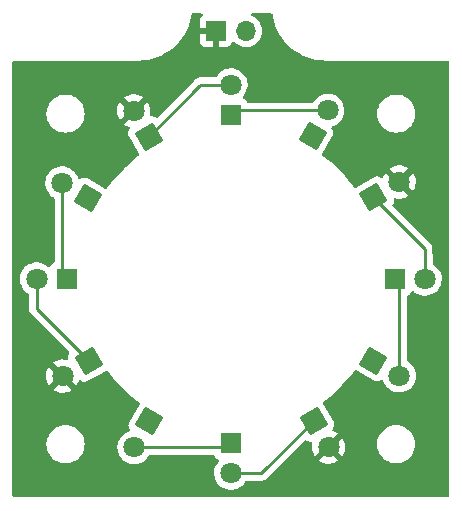
<source format=gtl>
%TF.GenerationSoftware,KiCad,Pcbnew,(6.0.1-0)*%
%TF.CreationDate,2022-03-28T18:36:01+02:00*%
%TF.ProjectId,Ring_Light_PCB,52696e67-5f4c-4696-9768-745f5043422e,1.0*%
%TF.SameCoordinates,Original*%
%TF.FileFunction,Copper,L1,Top*%
%TF.FilePolarity,Positive*%
%FSLAX46Y46*%
G04 Gerber Fmt 4.6, Leading zero omitted, Abs format (unit mm)*
G04 Created by KiCad (PCBNEW (6.0.1-0)) date 2022-03-28 18:36:01*
%MOMM*%
%LPD*%
G01*
G04 APERTURE LIST*
G04 Aperture macros list*
%AMRotRect*
0 Rectangle, with rotation*
0 The origin of the aperture is its center*
0 $1 length*
0 $2 width*
0 $3 Rotation angle, in degrees counterclockwise*
0 Add horizontal line*
21,1,$1,$2,0,0,$3*%
G04 Aperture macros list end*
%TA.AperFunction,ComponentPad*%
%ADD10R,1.700000X1.700000*%
%TD*%
%TA.AperFunction,ComponentPad*%
%ADD11O,1.700000X1.700000*%
%TD*%
%TA.AperFunction,ComponentPad*%
%ADD12RotRect,1.800000X1.800000X210.000000*%
%TD*%
%TA.AperFunction,ComponentPad*%
%ADD13C,1.800000*%
%TD*%
%TA.AperFunction,ComponentPad*%
%ADD14RotRect,1.800000X1.800000X330.000000*%
%TD*%
%TA.AperFunction,ComponentPad*%
%ADD15RotRect,1.800000X1.800000X240.000000*%
%TD*%
%TA.AperFunction,ComponentPad*%
%ADD16RotRect,1.800000X1.800000X300.000000*%
%TD*%
%TA.AperFunction,ComponentPad*%
%ADD17R,1.800000X1.800000*%
%TD*%
%TA.AperFunction,ComponentPad*%
%ADD18RotRect,1.800000X1.800000X120.000000*%
%TD*%
%TA.AperFunction,ComponentPad*%
%ADD19RotRect,1.800000X1.800000X150.000000*%
%TD*%
%TA.AperFunction,ComponentPad*%
%ADD20RotRect,1.800000X1.800000X60.000000*%
%TD*%
%TA.AperFunction,ComponentPad*%
%ADD21RotRect,1.800000X1.800000X30.000000*%
%TD*%
%TA.AperFunction,Conductor*%
%ADD22C,0.250000*%
%TD*%
G04 APERTURE END LIST*
D10*
%TO.P,J1,1,Pin_1*%
%TO.N,/Vin*%
X129725000Y-68000000D03*
D11*
%TO.P,J1,2,Pin_2*%
%TO.N,/Vout*%
X132265000Y-68000000D03*
%TD*%
D12*
%TO.P,D11,1,K*%
%TO.N,Net-(D11-Pad1)*%
X118970000Y-95960000D03*
D13*
%TO.P,D11,2,A*%
%TO.N,/Vin*%
X116770295Y-97230000D03*
%TD*%
D14*
%TO.P,D1,1,K*%
%TO.N,Net-(D1-Pad1)*%
X143060000Y-95930000D03*
D13*
%TO.P,D1,2,A*%
%TO.N,Net-(D1-Pad2)*%
X145259705Y-97200000D03*
%TD*%
D15*
%TO.P,D4,1,K*%
%TO.N,Net-(D4-Pad1)*%
X124070000Y-101060000D03*
D13*
%TO.P,D4,2,A*%
%TO.N,Net-(D4-Pad2)*%
X122800000Y-103259705D03*
%TD*%
D16*
%TO.P,D12,1,K*%
%TO.N,Net-(D12-Pad1)*%
X138002500Y-101025818D03*
D13*
%TO.P,D12,2,A*%
%TO.N,/Vin*%
X139272500Y-103225523D03*
%TD*%
D17*
%TO.P,D5,1,K*%
%TO.N,Net-(D1-Pad2)*%
X144900000Y-89000000D03*
D13*
%TO.P,D5,2,A*%
%TO.N,Net-(D5-Pad2)*%
X147440000Y-89000000D03*
%TD*%
D17*
%TO.P,D8,1,K*%
%TO.N,Net-(D4-Pad2)*%
X131000000Y-102900000D03*
D13*
%TO.P,D8,2,A*%
%TO.N,Net-(D12-Pad1)*%
X131000000Y-105440000D03*
%TD*%
D18*
%TO.P,D10,1,K*%
%TO.N,Net-(D10-Pad1)*%
X124037500Y-76974182D03*
D13*
%TO.P,D10,2,A*%
%TO.N,/Vin*%
X122767500Y-74774477D03*
%TD*%
D17*
%TO.P,D6,1,K*%
%TO.N,Net-(D2-Pad2)*%
X131000000Y-75100000D03*
D13*
%TO.P,D6,2,A*%
%TO.N,Net-(D10-Pad1)*%
X131000000Y-72560000D03*
%TD*%
D19*
%TO.P,D3,1,K*%
%TO.N,Net-(D3-Pad1)*%
X118900000Y-82140000D03*
D13*
%TO.P,D3,2,A*%
%TO.N,Net-(D3-Pad2)*%
X116700295Y-80870000D03*
%TD*%
D20*
%TO.P,D2,1,K*%
%TO.N,Net-(D2-Pad1)*%
X137922500Y-76924182D03*
D13*
%TO.P,D2,2,A*%
%TO.N,Net-(D2-Pad2)*%
X139192500Y-74724477D03*
%TD*%
D21*
%TO.P,D9,1,K*%
%TO.N,Net-(D5-Pad2)*%
X143045818Y-82067500D03*
D13*
%TO.P,D9,2,A*%
%TO.N,/Vin*%
X145245523Y-80797500D03*
%TD*%
D17*
%TO.P,D7,1,K*%
%TO.N,Net-(D3-Pad2)*%
X117085000Y-89000000D03*
D13*
%TO.P,D7,2,A*%
%TO.N,Net-(D11-Pad1)*%
X114545000Y-89000000D03*
%TD*%
D22*
%TO.N,Net-(D1-Pad2)*%
X145259705Y-89359705D02*
X144900000Y-89000000D01*
X145259705Y-97200000D02*
X145259705Y-89359705D01*
%TO.N,Net-(D2-Pad2)*%
X131375523Y-74724477D02*
X131000000Y-75100000D01*
X139192500Y-74724477D02*
X131375523Y-74724477D01*
%TO.N,Net-(D3-Pad2)*%
X116700295Y-88615295D02*
X117085000Y-89000000D01*
X116700295Y-80870000D02*
X116700295Y-88615295D01*
%TO.N,Net-(D4-Pad2)*%
X130640295Y-103259705D02*
X131000000Y-102900000D01*
X122800000Y-103259705D02*
X130640295Y-103259705D01*
%TO.N,Net-(D5-Pad2)*%
X147425000Y-86446682D02*
X147425000Y-87000000D01*
X143045818Y-82067500D02*
X147425000Y-86446682D01*
X147425000Y-87000000D02*
X147440000Y-87015000D01*
X147440000Y-87015000D02*
X147440000Y-89000000D01*
%TO.N,Net-(D10-Pad1)*%
X124037500Y-76974182D02*
X128325000Y-72686682D01*
X128325000Y-72675000D02*
X128440000Y-72560000D01*
X128325000Y-72686682D02*
X128325000Y-72675000D01*
X128440000Y-72560000D02*
X131000000Y-72560000D01*
%TO.N,Net-(D11-Pad1)*%
X114545000Y-89000000D02*
X114545000Y-91535000D01*
X114545000Y-91535000D02*
X118970000Y-95960000D01*
%TO.N,Net-(D12-Pad1)*%
X132750000Y-105450000D02*
X132740000Y-105440000D01*
X138002500Y-101025818D02*
X133578318Y-105450000D01*
X133578318Y-105450000D02*
X132750000Y-105450000D01*
X132740000Y-105440000D02*
X131000000Y-105440000D01*
%TD*%
%TA.AperFunction,Conductor*%
%TO.N,/Vin*%
G36*
X128574396Y-66528002D02*
G01*
X128620889Y-66581658D01*
X128630993Y-66651932D01*
X128601499Y-66716512D01*
X128581840Y-66734826D01*
X128519276Y-66781715D01*
X128506715Y-66794276D01*
X128430214Y-66896351D01*
X128421676Y-66911946D01*
X128376522Y-67032394D01*
X128372895Y-67047649D01*
X128367369Y-67098514D01*
X128367000Y-67105328D01*
X128367000Y-67727885D01*
X128371475Y-67743124D01*
X128372865Y-67744329D01*
X128380548Y-67746000D01*
X129853000Y-67746000D01*
X129921121Y-67766002D01*
X129967614Y-67819658D01*
X129979000Y-67872000D01*
X129979000Y-69339884D01*
X129983475Y-69355123D01*
X129984865Y-69356328D01*
X129992548Y-69357999D01*
X130619669Y-69357999D01*
X130626490Y-69357629D01*
X130677352Y-69352105D01*
X130692604Y-69348479D01*
X130813054Y-69303324D01*
X130828649Y-69294786D01*
X130930724Y-69218285D01*
X130943285Y-69205724D01*
X131019786Y-69103649D01*
X131028324Y-69088054D01*
X131069225Y-68978952D01*
X131111867Y-68922188D01*
X131178428Y-68897488D01*
X131247777Y-68912696D01*
X131282444Y-68940684D01*
X131307865Y-68970031D01*
X131307869Y-68970035D01*
X131311250Y-68973938D01*
X131483126Y-69116632D01*
X131676000Y-69229338D01*
X131884692Y-69309030D01*
X131889760Y-69310061D01*
X131889763Y-69310062D01*
X131997017Y-69331883D01*
X132103597Y-69353567D01*
X132108772Y-69353757D01*
X132108774Y-69353757D01*
X132321673Y-69361564D01*
X132321677Y-69361564D01*
X132326837Y-69361753D01*
X132331957Y-69361097D01*
X132331959Y-69361097D01*
X132543288Y-69334025D01*
X132543289Y-69334025D01*
X132548416Y-69333368D01*
X132553366Y-69331883D01*
X132757429Y-69270661D01*
X132757434Y-69270659D01*
X132762384Y-69269174D01*
X132962994Y-69170896D01*
X133144860Y-69041173D01*
X133303096Y-68883489D01*
X133433453Y-68702077D01*
X133488687Y-68590320D01*
X133530136Y-68506453D01*
X133530137Y-68506451D01*
X133532430Y-68501811D01*
X133597370Y-68288069D01*
X133626529Y-68066590D01*
X133628156Y-68000000D01*
X133609852Y-67777361D01*
X133555431Y-67560702D01*
X133466354Y-67355840D01*
X133345014Y-67168277D01*
X133194670Y-67003051D01*
X133190619Y-66999852D01*
X133190615Y-66999848D01*
X133023414Y-66867800D01*
X133023410Y-66867798D01*
X133019359Y-66864598D01*
X132823789Y-66756638D01*
X132818919Y-66754913D01*
X132818909Y-66754909D01*
X132812874Y-66752772D01*
X132755338Y-66711178D01*
X132729423Y-66645080D01*
X132743358Y-66575464D01*
X132792717Y-66524433D01*
X132854935Y-66508000D01*
X134409481Y-66508000D01*
X134477602Y-66528002D01*
X134524095Y-66581658D01*
X134534403Y-66617554D01*
X134553043Y-66759137D01*
X134556257Y-66783552D01*
X134641458Y-67167868D01*
X134642286Y-67170493D01*
X134642287Y-67170498D01*
X134755419Y-67529305D01*
X134759830Y-67543296D01*
X134910472Y-67906978D01*
X135092238Y-68256148D01*
X135303744Y-68588146D01*
X135479592Y-68817316D01*
X135530369Y-68883489D01*
X135543381Y-68900447D01*
X135809326Y-69190674D01*
X136099553Y-69456619D01*
X136101725Y-69458286D01*
X136101729Y-69458289D01*
X136158696Y-69502001D01*
X136411854Y-69696256D01*
X136743853Y-69907762D01*
X137093022Y-70089528D01*
X137456704Y-70240170D01*
X137459324Y-70240996D01*
X137459332Y-70240999D01*
X137829502Y-70357713D01*
X137829507Y-70357714D01*
X137832132Y-70358542D01*
X138216448Y-70443743D01*
X138219167Y-70444101D01*
X138219173Y-70444102D01*
X138365531Y-70463370D01*
X138606728Y-70495124D01*
X138609477Y-70495244D01*
X138609488Y-70495245D01*
X138830522Y-70504895D01*
X138969085Y-70510946D01*
X138977809Y-70511866D01*
X138977812Y-70511829D01*
X138982661Y-70512264D01*
X138987461Y-70513071D01*
X138993915Y-70513150D01*
X138995141Y-70513165D01*
X138995145Y-70513165D01*
X139000000Y-70513224D01*
X139027588Y-70509273D01*
X139045451Y-70508000D01*
X149366000Y-70508000D01*
X149434121Y-70528002D01*
X149480614Y-70581658D01*
X149492000Y-70634000D01*
X149492000Y-107366000D01*
X149471998Y-107434121D01*
X149418342Y-107480614D01*
X149366000Y-107492000D01*
X112634000Y-107492000D01*
X112565879Y-107471998D01*
X112519386Y-107418342D01*
X112508000Y-107366000D01*
X112508000Y-103000000D01*
X115386526Y-103000000D01*
X115406391Y-103252403D01*
X115465495Y-103498591D01*
X115467388Y-103503162D01*
X115467389Y-103503164D01*
X115543592Y-103687133D01*
X115562384Y-103732502D01*
X115694672Y-103948376D01*
X115859102Y-104140898D01*
X116051624Y-104305328D01*
X116267498Y-104437616D01*
X116272068Y-104439509D01*
X116272072Y-104439511D01*
X116496836Y-104532611D01*
X116501409Y-104534505D01*
X116568300Y-104550564D01*
X116742784Y-104592454D01*
X116742790Y-104592455D01*
X116747597Y-104593609D01*
X116847416Y-104601465D01*
X116934345Y-104608307D01*
X116934352Y-104608307D01*
X116936801Y-104608500D01*
X117063199Y-104608500D01*
X117065648Y-104608307D01*
X117065655Y-104608307D01*
X117152584Y-104601465D01*
X117252403Y-104593609D01*
X117257210Y-104592455D01*
X117257216Y-104592454D01*
X117431700Y-104550564D01*
X117498591Y-104534505D01*
X117503164Y-104532611D01*
X117727928Y-104439511D01*
X117727932Y-104439509D01*
X117732502Y-104437616D01*
X117948376Y-104305328D01*
X118140898Y-104140898D01*
X118305328Y-103948376D01*
X118437616Y-103732502D01*
X118456409Y-103687133D01*
X118532611Y-103503164D01*
X118532612Y-103503162D01*
X118534505Y-103498591D01*
X118593609Y-103252403D01*
X118613474Y-103000000D01*
X118593609Y-102747597D01*
X118586908Y-102719682D01*
X118535660Y-102506221D01*
X118534505Y-102501409D01*
X118437616Y-102267498D01*
X118305328Y-102051624D01*
X118205832Y-101935129D01*
X118144106Y-101862858D01*
X118140898Y-101859102D01*
X118133699Y-101852953D01*
X118034925Y-101768592D01*
X117948376Y-101694672D01*
X117732502Y-101562384D01*
X117727932Y-101560491D01*
X117727928Y-101560489D01*
X117503164Y-101467389D01*
X117503162Y-101467388D01*
X117498591Y-101465495D01*
X117413968Y-101445179D01*
X117257216Y-101407546D01*
X117257210Y-101407545D01*
X117252403Y-101406391D01*
X117152584Y-101398535D01*
X117065655Y-101391693D01*
X117065648Y-101391693D01*
X117063199Y-101391500D01*
X116936801Y-101391500D01*
X116934352Y-101391693D01*
X116934345Y-101391693D01*
X116847416Y-101398535D01*
X116747597Y-101406391D01*
X116742790Y-101407545D01*
X116742784Y-101407546D01*
X116586032Y-101445179D01*
X116501409Y-101465495D01*
X116496838Y-101467388D01*
X116496836Y-101467389D01*
X116272072Y-101560489D01*
X116272068Y-101560491D01*
X116267498Y-101562384D01*
X116051624Y-101694672D01*
X115965075Y-101768592D01*
X115866302Y-101852953D01*
X115859102Y-101859102D01*
X115855894Y-101862858D01*
X115794169Y-101935129D01*
X115694672Y-102051624D01*
X115562384Y-102267498D01*
X115465495Y-102501409D01*
X115464340Y-102506221D01*
X115413093Y-102719682D01*
X115406391Y-102747597D01*
X115386526Y-103000000D01*
X112508000Y-103000000D01*
X112508000Y-98391406D01*
X115973718Y-98391406D01*
X115978999Y-98398461D01*
X116155375Y-98501527D01*
X116164658Y-98505974D01*
X116371298Y-98584883D01*
X116381196Y-98587759D01*
X116597948Y-98631857D01*
X116608178Y-98633076D01*
X116829209Y-98641182D01*
X116839518Y-98640714D01*
X117058918Y-98612608D01*
X117068983Y-98610468D01*
X117280852Y-98546905D01*
X117290447Y-98543144D01*
X117489073Y-98445838D01*
X117497931Y-98440559D01*
X117555392Y-98399572D01*
X117563792Y-98388874D01*
X117556805Y-98375721D01*
X116783106Y-97602021D01*
X116769163Y-97594408D01*
X116767329Y-97594539D01*
X116760715Y-97598790D01*
X115980475Y-98379031D01*
X115973718Y-98391406D01*
X112508000Y-98391406D01*
X112508000Y-97200638D01*
X115358188Y-97200638D01*
X115370922Y-97421468D01*
X115372356Y-97431670D01*
X115420980Y-97647439D01*
X115424068Y-97657292D01*
X115507281Y-97862220D01*
X115511929Y-97871421D01*
X115600392Y-98015781D01*
X115610848Y-98025242D01*
X115619626Y-98021458D01*
X116398274Y-97242811D01*
X116405887Y-97228868D01*
X116405756Y-97227034D01*
X116401505Y-97220420D01*
X115624157Y-96443073D01*
X115612625Y-96436776D01*
X115600343Y-96446399D01*
X115544762Y-96527877D01*
X115539674Y-96536833D01*
X115446547Y-96737459D01*
X115442984Y-96747146D01*
X115383876Y-96960280D01*
X115381945Y-96970400D01*
X115358440Y-97190349D01*
X115358188Y-97200638D01*
X112508000Y-97200638D01*
X112508000Y-88965469D01*
X113132095Y-88965469D01*
X113132392Y-88970622D01*
X113132392Y-88970625D01*
X113138067Y-89069041D01*
X113145427Y-89196697D01*
X113146564Y-89201743D01*
X113146565Y-89201749D01*
X113176558Y-89334836D01*
X113196346Y-89422642D01*
X113198288Y-89427424D01*
X113198289Y-89427428D01*
X113281540Y-89632450D01*
X113283484Y-89637237D01*
X113404501Y-89834719D01*
X113556147Y-90009784D01*
X113734349Y-90157730D01*
X113847073Y-90223600D01*
X113849070Y-90224767D01*
X113897794Y-90276405D01*
X113911500Y-90333555D01*
X113911500Y-91456233D01*
X113910973Y-91467416D01*
X113909298Y-91474909D01*
X113909547Y-91482835D01*
X113909547Y-91482836D01*
X113911438Y-91542986D01*
X113911500Y-91546945D01*
X113911500Y-91574856D01*
X113911997Y-91578790D01*
X113911997Y-91578791D01*
X113912005Y-91578856D01*
X113912938Y-91590693D01*
X113914327Y-91634889D01*
X113919978Y-91654339D01*
X113923987Y-91673700D01*
X113926526Y-91693797D01*
X113929445Y-91701168D01*
X113929445Y-91701170D01*
X113942804Y-91734912D01*
X113946649Y-91746142D01*
X113958982Y-91788593D01*
X113963015Y-91795412D01*
X113963017Y-91795417D01*
X113969293Y-91806028D01*
X113977988Y-91823776D01*
X113985448Y-91842617D01*
X113990110Y-91849033D01*
X113990110Y-91849034D01*
X114011436Y-91878387D01*
X114017952Y-91888307D01*
X114040458Y-91926362D01*
X114054779Y-91940683D01*
X114067619Y-91955716D01*
X114079528Y-91972107D01*
X114085634Y-91977158D01*
X114113605Y-92000298D01*
X114122384Y-92008288D01*
X117300282Y-95186187D01*
X117334308Y-95248499D01*
X117329243Y-95319315D01*
X117308482Y-95355343D01*
X117301617Y-95363686D01*
X117244353Y-95497614D01*
X117226981Y-95642232D01*
X117228455Y-95651088D01*
X117228455Y-95651091D01*
X117238656Y-95712380D01*
X117230110Y-95782860D01*
X117184815Y-95837531D01*
X117117153Y-95859035D01*
X117092270Y-95857113D01*
X116908343Y-95824350D01*
X116898091Y-95823381D01*
X116676911Y-95820679D01*
X116666627Y-95821399D01*
X116447988Y-95854855D01*
X116437961Y-95857244D01*
X116227721Y-95925961D01*
X116218211Y-95929958D01*
X116022020Y-96032089D01*
X116013302Y-96037578D01*
X115984256Y-96059386D01*
X115975803Y-96070711D01*
X115982546Y-96083040D01*
X116770295Y-96870790D01*
X117916599Y-98017093D01*
X117928609Y-98023651D01*
X117940347Y-98014683D01*
X117978305Y-97961859D01*
X117983616Y-97953020D01*
X118081613Y-97754737D01*
X118085412Y-97745142D01*
X118116578Y-97642565D01*
X118155519Y-97583201D01*
X118220373Y-97554314D01*
X118290549Y-97565076D01*
X118317189Y-97581894D01*
X118373686Y-97628383D01*
X118507614Y-97685647D01*
X118652232Y-97703019D01*
X118661088Y-97701545D01*
X118661090Y-97701545D01*
X118788123Y-97680402D01*
X118788126Y-97680401D01*
X118795913Y-97679105D01*
X118853142Y-97653864D01*
X119645067Y-97196646D01*
X120412158Y-96753766D01*
X120481153Y-96737028D01*
X120548245Y-96760248D01*
X120577800Y-96789806D01*
X120606414Y-96829995D01*
X120606428Y-96830014D01*
X120607403Y-96831383D01*
X120608444Y-96832689D01*
X120608452Y-96832700D01*
X121045056Y-97380605D01*
X121045071Y-97380623D01*
X121046123Y-97381943D01*
X121513974Y-97907971D01*
X121515177Y-97909185D01*
X121515184Y-97909192D01*
X122008381Y-98406712D01*
X122008392Y-98406722D01*
X122009588Y-98407929D01*
X122113029Y-98501559D01*
X122530233Y-98879194D01*
X122530243Y-98879203D01*
X122531514Y-98880353D01*
X122532846Y-98881433D01*
X122532850Y-98881437D01*
X122638770Y-98967362D01*
X123078223Y-99323860D01*
X123079582Y-99324846D01*
X123079593Y-99324854D01*
X123245511Y-99445179D01*
X123288914Y-99501364D01*
X123295051Y-99572095D01*
X123280658Y-99610180D01*
X122376136Y-101176858D01*
X122350895Y-101234087D01*
X122349599Y-101241874D01*
X122349598Y-101241877D01*
X122330719Y-101355308D01*
X122326981Y-101377768D01*
X122344353Y-101522386D01*
X122401617Y-101656314D01*
X122447580Y-101712172D01*
X122475418Y-101777480D01*
X122463527Y-101847474D01*
X122415683Y-101899928D01*
X122389429Y-101911995D01*
X122252314Y-101956811D01*
X122247726Y-101959199D01*
X122247722Y-101959201D01*
X122080499Y-102046252D01*
X122046872Y-102063757D01*
X122042739Y-102066860D01*
X122042736Y-102066862D01*
X121865790Y-102199717D01*
X121861655Y-102202822D01*
X121701639Y-102370269D01*
X121571119Y-102561604D01*
X121473602Y-102771686D01*
X121411707Y-102994874D01*
X121387095Y-103225174D01*
X121400427Y-103456402D01*
X121401564Y-103461448D01*
X121401565Y-103461454D01*
X121430519Y-103589931D01*
X121451346Y-103682347D01*
X121453288Y-103687129D01*
X121453289Y-103687133D01*
X121522567Y-103857743D01*
X121538484Y-103896942D01*
X121659501Y-104094424D01*
X121811147Y-104269489D01*
X121989349Y-104417435D01*
X122189322Y-104534289D01*
X122194147Y-104536131D01*
X122194148Y-104536132D01*
X122268665Y-104564588D01*
X122405694Y-104616914D01*
X122410760Y-104617945D01*
X122410761Y-104617945D01*
X122457136Y-104627380D01*
X122632656Y-104663090D01*
X122763324Y-104667881D01*
X122858949Y-104671388D01*
X122858953Y-104671388D01*
X122864113Y-104671577D01*
X122869233Y-104670921D01*
X122869235Y-104670921D01*
X122942270Y-104661565D01*
X123093847Y-104642147D01*
X123098795Y-104640662D01*
X123098802Y-104640661D01*
X123310747Y-104577074D01*
X123315690Y-104575591D01*
X123320324Y-104573321D01*
X123519049Y-104475967D01*
X123519052Y-104475965D01*
X123523684Y-104473696D01*
X123712243Y-104339199D01*
X123876303Y-104175710D01*
X124011458Y-103987622D01*
X124023440Y-103963377D01*
X124071553Y-103911171D01*
X124136397Y-103893205D01*
X129504513Y-103893205D01*
X129572634Y-103913207D01*
X129619127Y-103966863D01*
X129622495Y-103974976D01*
X129639661Y-104020765D01*
X129649385Y-104046705D01*
X129736739Y-104163261D01*
X129853295Y-104250615D01*
X129861704Y-104253767D01*
X129861705Y-104253768D01*
X129921164Y-104276058D01*
X129977929Y-104318699D01*
X130002629Y-104385261D01*
X129987422Y-104454609D01*
X129968029Y-104481091D01*
X129945585Y-104504578D01*
X129915431Y-104536132D01*
X129901639Y-104550564D01*
X129898725Y-104554836D01*
X129898724Y-104554837D01*
X129872276Y-104593609D01*
X129771119Y-104741899D01*
X129673602Y-104951981D01*
X129611707Y-105175169D01*
X129587095Y-105405469D01*
X129600427Y-105636697D01*
X129601564Y-105641743D01*
X129601565Y-105641749D01*
X129633741Y-105784523D01*
X129651346Y-105862642D01*
X129653288Y-105867424D01*
X129653289Y-105867428D01*
X129736461Y-106072256D01*
X129738484Y-106077237D01*
X129859501Y-106274719D01*
X130011147Y-106449784D01*
X130189349Y-106597730D01*
X130389322Y-106714584D01*
X130605694Y-106797209D01*
X130610760Y-106798240D01*
X130610761Y-106798240D01*
X130663846Y-106809040D01*
X130832656Y-106843385D01*
X130963324Y-106848176D01*
X131058949Y-106851683D01*
X131058953Y-106851683D01*
X131064113Y-106851872D01*
X131069233Y-106851216D01*
X131069235Y-106851216D01*
X131142270Y-106841860D01*
X131293847Y-106822442D01*
X131298795Y-106820957D01*
X131298802Y-106820956D01*
X131510747Y-106757369D01*
X131515690Y-106755886D01*
X131596236Y-106716427D01*
X131719049Y-106656262D01*
X131719052Y-106656260D01*
X131723684Y-106653991D01*
X131912243Y-106519494D01*
X132076303Y-106356005D01*
X132211458Y-106167917D01*
X132223440Y-106143672D01*
X132271553Y-106091466D01*
X132336397Y-106073500D01*
X132615107Y-106073500D01*
X132646442Y-106077459D01*
X132669970Y-106083500D01*
X132690224Y-106083500D01*
X132709934Y-106085051D01*
X132729943Y-106088220D01*
X132737835Y-106087474D01*
X132756580Y-106085702D01*
X132773962Y-106084059D01*
X132785819Y-106083500D01*
X133499551Y-106083500D01*
X133510734Y-106084027D01*
X133518227Y-106085702D01*
X133526153Y-106085453D01*
X133526154Y-106085453D01*
X133586304Y-106083562D01*
X133590263Y-106083500D01*
X133618174Y-106083500D01*
X133622109Y-106083003D01*
X133622174Y-106082995D01*
X133634011Y-106082062D01*
X133666269Y-106081048D01*
X133670288Y-106080922D01*
X133678207Y-106080673D01*
X133697661Y-106075021D01*
X133717018Y-106071013D01*
X133729248Y-106069468D01*
X133729249Y-106069468D01*
X133737115Y-106068474D01*
X133744486Y-106065555D01*
X133744488Y-106065555D01*
X133778230Y-106052196D01*
X133789460Y-106048351D01*
X133824301Y-106038229D01*
X133824302Y-106038229D01*
X133831911Y-106036018D01*
X133838730Y-106031985D01*
X133838735Y-106031983D01*
X133849346Y-106025707D01*
X133867094Y-106017012D01*
X133885935Y-106009552D01*
X133921705Y-105983564D01*
X133931625Y-105977048D01*
X133962853Y-105958580D01*
X133962856Y-105958578D01*
X133969680Y-105954542D01*
X133984001Y-105940221D01*
X133999035Y-105927380D01*
X134009012Y-105920131D01*
X134015425Y-105915472D01*
X134043616Y-105881395D01*
X134051606Y-105872616D01*
X135537293Y-104386929D01*
X138475923Y-104386929D01*
X138481204Y-104393984D01*
X138657580Y-104497050D01*
X138666863Y-104501497D01*
X138873503Y-104580406D01*
X138883401Y-104583282D01*
X139100153Y-104627380D01*
X139110383Y-104628599D01*
X139331414Y-104636705D01*
X139341723Y-104636237D01*
X139561123Y-104608131D01*
X139571188Y-104605991D01*
X139783057Y-104542428D01*
X139792652Y-104538667D01*
X139991278Y-104441361D01*
X140000136Y-104436082D01*
X140057597Y-104395095D01*
X140065997Y-104384397D01*
X140059010Y-104371244D01*
X139285311Y-103597544D01*
X139271368Y-103589931D01*
X139269534Y-103590062D01*
X139262920Y-103594313D01*
X138482680Y-104374554D01*
X138475923Y-104386929D01*
X135537293Y-104386929D01*
X137228687Y-102695535D01*
X137290999Y-102661509D01*
X137361814Y-102666574D01*
X137397839Y-102687333D01*
X137406186Y-102694201D01*
X137540114Y-102751465D01*
X137684732Y-102768837D01*
X137693588Y-102767363D01*
X137693592Y-102767363D01*
X137755278Y-102757096D01*
X137825758Y-102765643D01*
X137880429Y-102810937D01*
X137901933Y-102878599D01*
X137897381Y-102915059D01*
X137886080Y-102955807D01*
X137884150Y-102965923D01*
X137860645Y-103185872D01*
X137860393Y-103196161D01*
X137873127Y-103416991D01*
X137874561Y-103427193D01*
X137923185Y-103642962D01*
X137926273Y-103652815D01*
X138009486Y-103857743D01*
X138014134Y-103866944D01*
X138102597Y-104011304D01*
X138113053Y-104020765D01*
X138121831Y-104016981D01*
X138912158Y-103226655D01*
X139636908Y-103226655D01*
X139637039Y-103228489D01*
X139641290Y-103235103D01*
X140418807Y-104012619D01*
X140430813Y-104019175D01*
X140442552Y-104010207D01*
X140480510Y-103957382D01*
X140485821Y-103948543D01*
X140583818Y-103750260D01*
X140587617Y-103740665D01*
X140651915Y-103529040D01*
X140654094Y-103518959D01*
X140683202Y-103297861D01*
X140683721Y-103291186D01*
X140685244Y-103228887D01*
X140685050Y-103222169D01*
X140666785Y-103000000D01*
X143386526Y-103000000D01*
X143406391Y-103252403D01*
X143465495Y-103498591D01*
X143467388Y-103503162D01*
X143467389Y-103503164D01*
X143543592Y-103687133D01*
X143562384Y-103732502D01*
X143694672Y-103948376D01*
X143859102Y-104140898D01*
X144051624Y-104305328D01*
X144267498Y-104437616D01*
X144272068Y-104439509D01*
X144272072Y-104439511D01*
X144496836Y-104532611D01*
X144501409Y-104534505D01*
X144568300Y-104550564D01*
X144742784Y-104592454D01*
X144742790Y-104592455D01*
X144747597Y-104593609D01*
X144847416Y-104601465D01*
X144934345Y-104608307D01*
X144934352Y-104608307D01*
X144936801Y-104608500D01*
X145063199Y-104608500D01*
X145065648Y-104608307D01*
X145065655Y-104608307D01*
X145152584Y-104601465D01*
X145252403Y-104593609D01*
X145257210Y-104592455D01*
X145257216Y-104592454D01*
X145431700Y-104550564D01*
X145498591Y-104534505D01*
X145503164Y-104532611D01*
X145727928Y-104439511D01*
X145727932Y-104439509D01*
X145732502Y-104437616D01*
X145948376Y-104305328D01*
X146140898Y-104140898D01*
X146305328Y-103948376D01*
X146437616Y-103732502D01*
X146456409Y-103687133D01*
X146532611Y-103503164D01*
X146532612Y-103503162D01*
X146534505Y-103498591D01*
X146593609Y-103252403D01*
X146613474Y-103000000D01*
X146593609Y-102747597D01*
X146586908Y-102719682D01*
X146535660Y-102506221D01*
X146534505Y-102501409D01*
X146437616Y-102267498D01*
X146305328Y-102051624D01*
X146205832Y-101935129D01*
X146144106Y-101862858D01*
X146140898Y-101859102D01*
X146133699Y-101852953D01*
X146034925Y-101768592D01*
X145948376Y-101694672D01*
X145732502Y-101562384D01*
X145727932Y-101560491D01*
X145727928Y-101560489D01*
X145503164Y-101467389D01*
X145503162Y-101467388D01*
X145498591Y-101465495D01*
X145413968Y-101445179D01*
X145257216Y-101407546D01*
X145257210Y-101407545D01*
X145252403Y-101406391D01*
X145152584Y-101398535D01*
X145065655Y-101391693D01*
X145065648Y-101391693D01*
X145063199Y-101391500D01*
X144936801Y-101391500D01*
X144934352Y-101391693D01*
X144934345Y-101391693D01*
X144847416Y-101398535D01*
X144747597Y-101406391D01*
X144742790Y-101407545D01*
X144742784Y-101407546D01*
X144586032Y-101445179D01*
X144501409Y-101465495D01*
X144496838Y-101467388D01*
X144496836Y-101467389D01*
X144272072Y-101560489D01*
X144272068Y-101560491D01*
X144267498Y-101562384D01*
X144051624Y-101694672D01*
X143965075Y-101768592D01*
X143866302Y-101852953D01*
X143859102Y-101859102D01*
X143855894Y-101862858D01*
X143794169Y-101935129D01*
X143694672Y-102051624D01*
X143562384Y-102267498D01*
X143465495Y-102501409D01*
X143464340Y-102506221D01*
X143413093Y-102719682D01*
X143406391Y-102747597D01*
X143386526Y-103000000D01*
X140666785Y-103000000D01*
X140666779Y-102999923D01*
X140665096Y-102989761D01*
X140611210Y-102775231D01*
X140607889Y-102765476D01*
X140519693Y-102562641D01*
X140514815Y-102553543D01*
X140441724Y-102440561D01*
X140431038Y-102431358D01*
X140421473Y-102435761D01*
X139644521Y-103212712D01*
X139636908Y-103226655D01*
X138912158Y-103226655D01*
X139272500Y-102866313D01*
X140061492Y-102077320D01*
X140068510Y-102064467D01*
X140060736Y-102053796D01*
X140058402Y-102051953D01*
X140049820Y-102046252D01*
X139856178Y-101939356D01*
X139846772Y-101935129D01*
X139680599Y-101876284D01*
X139623062Y-101834690D01*
X139597146Y-101768592D01*
X139611080Y-101698977D01*
X139625358Y-101677457D01*
X139670883Y-101622132D01*
X139728147Y-101488204D01*
X139745519Y-101343586D01*
X139740240Y-101311867D01*
X139722902Y-101207695D01*
X139722901Y-101207692D01*
X139721605Y-101199905D01*
X139696364Y-101142676D01*
X138811577Y-99610180D01*
X138785699Y-99565358D01*
X138768961Y-99496363D01*
X138792181Y-99429271D01*
X138816467Y-99403681D01*
X139363225Y-98969549D01*
X139363233Y-98969542D01*
X139364557Y-98968491D01*
X139744385Y-98631857D01*
X139890143Y-98502674D01*
X139890144Y-98502673D01*
X139891401Y-98501559D01*
X139892584Y-98500390D01*
X139892594Y-98500381D01*
X140281694Y-98116005D01*
X140392223Y-98006818D01*
X140393357Y-98005569D01*
X140393370Y-98005556D01*
X140864397Y-97486995D01*
X140865557Y-97485718D01*
X140938032Y-97396697D01*
X140992052Y-97330343D01*
X141310018Y-96939783D01*
X141311013Y-96938415D01*
X141311023Y-96938403D01*
X141394254Y-96824055D01*
X141445105Y-96754192D01*
X141501364Y-96710888D01*
X141572106Y-96704874D01*
X141609975Y-96719224D01*
X143176858Y-97623864D01*
X143234087Y-97649105D01*
X143241874Y-97650401D01*
X143241877Y-97650402D01*
X143368910Y-97671545D01*
X143368912Y-97671545D01*
X143377768Y-97673019D01*
X143522386Y-97655647D01*
X143656314Y-97598383D01*
X143708758Y-97555229D01*
X143774069Y-97527390D01*
X143844063Y-97539281D01*
X143896517Y-97587125D01*
X143909054Y-97614851D01*
X143909914Y-97617595D01*
X143911051Y-97622642D01*
X143912993Y-97627424D01*
X143912995Y-97627431D01*
X143960793Y-97745142D01*
X143998189Y-97837237D01*
X144000888Y-97841641D01*
X144112424Y-98023651D01*
X144119206Y-98034719D01*
X144270852Y-98209784D01*
X144449054Y-98357730D01*
X144649027Y-98474584D01*
X144865399Y-98557209D01*
X144870465Y-98558240D01*
X144870466Y-98558240D01*
X144923551Y-98569040D01*
X145092361Y-98603385D01*
X145223029Y-98608176D01*
X145318654Y-98611683D01*
X145318658Y-98611683D01*
X145323818Y-98611872D01*
X145328938Y-98611216D01*
X145328940Y-98611216D01*
X145401975Y-98601860D01*
X145553552Y-98582442D01*
X145558500Y-98580957D01*
X145558507Y-98580956D01*
X145770452Y-98517369D01*
X145775395Y-98515886D01*
X145804640Y-98501559D01*
X145978754Y-98416262D01*
X145978757Y-98416260D01*
X145983389Y-98413991D01*
X146171948Y-98279494D01*
X146336008Y-98116005D01*
X146471163Y-97927917D01*
X146480418Y-97909192D01*
X146571489Y-97724922D01*
X146571490Y-97724920D01*
X146573783Y-97720280D01*
X146641113Y-97498671D01*
X146671345Y-97269041D01*
X146672327Y-97228868D01*
X146672950Y-97203365D01*
X146672950Y-97203361D01*
X146673032Y-97200000D01*
X146666737Y-97123434D01*
X146654478Y-96974318D01*
X146654477Y-96974312D01*
X146654054Y-96969167D01*
X146609002Y-96789806D01*
X146598889Y-96749544D01*
X146598888Y-96749540D01*
X146597630Y-96744533D01*
X146594367Y-96737028D01*
X146507335Y-96536868D01*
X146507333Y-96536865D01*
X146505275Y-96532131D01*
X146379469Y-96337665D01*
X146223592Y-96166358D01*
X146219541Y-96163159D01*
X146219537Y-96163155D01*
X146045883Y-96026012D01*
X146045880Y-96026010D01*
X146041828Y-96022810D01*
X145958312Y-95976707D01*
X145908341Y-95926274D01*
X145893205Y-95866398D01*
X145893205Y-90495487D01*
X145913207Y-90427366D01*
X145966863Y-90380873D01*
X145974976Y-90377505D01*
X146038295Y-90353768D01*
X146038296Y-90353767D01*
X146046705Y-90350615D01*
X146163261Y-90263261D01*
X146250615Y-90146705D01*
X146275180Y-90081178D01*
X146317822Y-90024414D01*
X146384383Y-89999714D01*
X146453732Y-90014921D01*
X146473647Y-90028464D01*
X146538724Y-90082492D01*
X146629349Y-90157730D01*
X146829322Y-90274584D01*
X147045694Y-90357209D01*
X147050760Y-90358240D01*
X147050761Y-90358240D01*
X147103846Y-90369040D01*
X147272656Y-90403385D01*
X147402089Y-90408131D01*
X147498949Y-90411683D01*
X147498953Y-90411683D01*
X147504113Y-90411872D01*
X147509233Y-90411216D01*
X147509235Y-90411216D01*
X147583166Y-90401745D01*
X147733847Y-90382442D01*
X147738795Y-90380957D01*
X147738802Y-90380956D01*
X147950747Y-90317369D01*
X147955690Y-90315886D01*
X148036281Y-90276405D01*
X148159049Y-90216262D01*
X148159052Y-90216260D01*
X148163684Y-90213991D01*
X148352243Y-90079494D01*
X148516303Y-89916005D01*
X148651458Y-89727917D01*
X148698641Y-89632450D01*
X148751784Y-89524922D01*
X148751785Y-89524920D01*
X148754078Y-89520280D01*
X148821408Y-89298671D01*
X148851640Y-89069041D01*
X148853327Y-89000000D01*
X148847032Y-88923434D01*
X148834773Y-88774318D01*
X148834772Y-88774312D01*
X148834349Y-88769167D01*
X148777925Y-88544533D01*
X148775866Y-88539797D01*
X148687630Y-88336868D01*
X148687628Y-88336865D01*
X148685570Y-88332131D01*
X148559764Y-88137665D01*
X148403887Y-87966358D01*
X148399836Y-87963159D01*
X148399832Y-87963155D01*
X148226178Y-87826012D01*
X148226175Y-87826010D01*
X148222123Y-87822810D01*
X148138607Y-87776707D01*
X148088636Y-87726274D01*
X148073500Y-87666398D01*
X148073500Y-87093767D01*
X148074027Y-87082584D01*
X148075702Y-87075091D01*
X148075093Y-87055699D01*
X148073562Y-87007014D01*
X148073500Y-87003055D01*
X148073500Y-86975144D01*
X148072995Y-86971144D01*
X148072062Y-86959301D01*
X148070922Y-86923029D01*
X148070673Y-86915110D01*
X148065018Y-86895646D01*
X148061014Y-86876306D01*
X148059493Y-86864267D01*
X148058500Y-86848482D01*
X148058500Y-86525450D01*
X148059027Y-86514267D01*
X148060702Y-86506774D01*
X148058562Y-86438683D01*
X148058500Y-86434726D01*
X148058500Y-86406826D01*
X148057996Y-86402835D01*
X148057063Y-86390993D01*
X148055923Y-86354718D01*
X148055674Y-86346793D01*
X148050021Y-86327334D01*
X148046012Y-86307975D01*
X148045846Y-86306665D01*
X148043474Y-86287885D01*
X148040558Y-86280519D01*
X148040556Y-86280513D01*
X148027200Y-86246780D01*
X148023355Y-86235550D01*
X148013230Y-86200699D01*
X148013230Y-86200698D01*
X148011019Y-86193089D01*
X148000705Y-86175648D01*
X147992008Y-86157895D01*
X147987472Y-86146440D01*
X147984552Y-86139065D01*
X147958563Y-86103294D01*
X147952047Y-86093374D01*
X147933578Y-86062145D01*
X147929542Y-86055320D01*
X147915221Y-86040999D01*
X147902380Y-86025965D01*
X147895131Y-86015988D01*
X147890472Y-86009575D01*
X147856395Y-85981384D01*
X147847616Y-85973394D01*
X144715536Y-82841313D01*
X144681510Y-82779001D01*
X144686575Y-82708185D01*
X144707336Y-82672157D01*
X144708500Y-82670742D01*
X144714201Y-82663814D01*
X144771465Y-82529886D01*
X144788837Y-82385268D01*
X144776915Y-82313638D01*
X144785461Y-82243157D01*
X144830756Y-82188486D01*
X144898417Y-82166982D01*
X144926325Y-82169480D01*
X145073176Y-82199357D01*
X145083406Y-82200576D01*
X145304437Y-82208682D01*
X145314746Y-82208214D01*
X145534146Y-82180108D01*
X145544211Y-82177968D01*
X145756080Y-82114405D01*
X145765675Y-82110644D01*
X145964301Y-82013338D01*
X145973159Y-82008059D01*
X146030620Y-81967072D01*
X146039020Y-81956374D01*
X146032032Y-81943220D01*
X144887445Y-80798632D01*
X145609931Y-80798632D01*
X145610062Y-80800466D01*
X145614313Y-80807080D01*
X146391830Y-81584596D01*
X146403836Y-81591152D01*
X146415575Y-81582184D01*
X146453533Y-81529359D01*
X146458844Y-81520520D01*
X146556841Y-81322237D01*
X146560640Y-81312642D01*
X146624938Y-81101017D01*
X146627117Y-81090936D01*
X146656225Y-80869838D01*
X146656744Y-80863163D01*
X146658267Y-80800864D01*
X146658073Y-80794146D01*
X146639802Y-80571900D01*
X146638119Y-80561738D01*
X146584233Y-80347208D01*
X146580912Y-80337453D01*
X146492716Y-80134618D01*
X146487838Y-80125520D01*
X146414747Y-80012538D01*
X146404061Y-80003335D01*
X146394496Y-80007738D01*
X145617544Y-80784689D01*
X145609931Y-80798632D01*
X144887445Y-80798632D01*
X144886313Y-80797500D01*
X144099387Y-80010575D01*
X144087853Y-80004277D01*
X144075570Y-80013900D01*
X144019990Y-80095377D01*
X144014902Y-80104333D01*
X143921775Y-80304959D01*
X143918212Y-80314646D01*
X143899643Y-80381602D01*
X143862164Y-80441900D01*
X143798035Y-80472363D01*
X143727617Y-80463320D01*
X143698166Y-80445225D01*
X143682147Y-80432044D01*
X143642132Y-80399117D01*
X143508204Y-80341853D01*
X143363586Y-80324481D01*
X143354730Y-80325955D01*
X143354728Y-80325955D01*
X143227695Y-80347098D01*
X143227692Y-80347099D01*
X143219905Y-80348395D01*
X143162676Y-80373636D01*
X142303229Y-80869838D01*
X141605578Y-81272627D01*
X141536583Y-81289365D01*
X141469491Y-81266145D01*
X141440191Y-81236945D01*
X141366179Y-81133756D01*
X141366178Y-81133754D01*
X141365197Y-81132387D01*
X140924558Y-80583363D01*
X140454873Y-80058971D01*
X140034847Y-79638211D01*
X144451031Y-79638211D01*
X144457774Y-79650540D01*
X145232712Y-80425479D01*
X145246655Y-80433092D01*
X145248489Y-80432961D01*
X145255103Y-80428710D01*
X146034517Y-79649295D01*
X146041534Y-79636444D01*
X146033760Y-79625774D01*
X146031425Y-79623930D01*
X146022843Y-79618229D01*
X145829201Y-79511333D01*
X145819795Y-79507106D01*
X145611295Y-79433272D01*
X145601332Y-79430640D01*
X145383570Y-79391850D01*
X145373319Y-79390881D01*
X145152139Y-79388179D01*
X145141855Y-79388899D01*
X144923216Y-79422355D01*
X144913189Y-79424744D01*
X144702949Y-79493461D01*
X144693439Y-79497458D01*
X144497248Y-79599589D01*
X144488530Y-79605078D01*
X144459484Y-79626886D01*
X144451031Y-79638211D01*
X140034847Y-79638211D01*
X139957517Y-79560746D01*
X139945757Y-79550175D01*
X139435202Y-79091276D01*
X139433946Y-79090147D01*
X138885691Y-78648551D01*
X138791300Y-78580599D01*
X138743391Y-78546109D01*
X138699793Y-78490076D01*
X138693409Y-78419367D01*
X138707888Y-78380851D01*
X139445605Y-77103087D01*
X139616364Y-76807324D01*
X139641605Y-76750095D01*
X139654170Y-76674606D01*
X139664045Y-76615272D01*
X139664045Y-76615270D01*
X139665519Y-76606414D01*
X139648147Y-76461796D01*
X139590883Y-76327868D01*
X139544757Y-76271812D01*
X139516919Y-76206504D01*
X139528809Y-76136510D01*
X139576654Y-76084056D01*
X139605845Y-76071068D01*
X139682288Y-76048134D01*
X139708190Y-76040363D01*
X139712824Y-76038093D01*
X139911549Y-75940739D01*
X139911552Y-75940737D01*
X139916184Y-75938468D01*
X140104743Y-75803971D01*
X140268803Y-75640482D01*
X140403958Y-75452394D01*
X140421996Y-75415898D01*
X140504284Y-75249399D01*
X140504285Y-75249397D01*
X140506578Y-75244757D01*
X140573908Y-75023148D01*
X140576956Y-75000000D01*
X143386526Y-75000000D01*
X143406391Y-75252403D01*
X143407545Y-75257210D01*
X143407546Y-75257216D01*
X143441543Y-75398824D01*
X143465495Y-75498591D01*
X143467388Y-75503162D01*
X143467389Y-75503164D01*
X143522530Y-75636285D01*
X143562384Y-75732502D01*
X143694672Y-75948376D01*
X143859102Y-76140898D01*
X144051624Y-76305328D01*
X144267498Y-76437616D01*
X144272068Y-76439509D01*
X144272072Y-76439511D01*
X144496836Y-76532611D01*
X144501409Y-76534505D01*
X144586032Y-76554821D01*
X144742784Y-76592454D01*
X144742790Y-76592455D01*
X144747597Y-76593609D01*
X144847416Y-76601465D01*
X144934345Y-76608307D01*
X144934352Y-76608307D01*
X144936801Y-76608500D01*
X145063199Y-76608500D01*
X145065648Y-76608307D01*
X145065655Y-76608307D01*
X145152584Y-76601465D01*
X145252403Y-76593609D01*
X145257210Y-76592455D01*
X145257216Y-76592454D01*
X145413968Y-76554821D01*
X145498591Y-76534505D01*
X145503164Y-76532611D01*
X145727928Y-76439511D01*
X145727932Y-76439509D01*
X145732502Y-76437616D01*
X145948376Y-76305328D01*
X146140898Y-76140898D01*
X146305328Y-75948376D01*
X146437616Y-75732502D01*
X146477471Y-75636285D01*
X146532611Y-75503164D01*
X146532612Y-75503162D01*
X146534505Y-75498591D01*
X146558457Y-75398824D01*
X146592454Y-75257216D01*
X146592455Y-75257210D01*
X146593609Y-75252403D01*
X146613474Y-75000000D01*
X146593609Y-74747597D01*
X146588867Y-74727842D01*
X146535660Y-74506221D01*
X146534505Y-74501409D01*
X146494856Y-74405687D01*
X146439511Y-74272072D01*
X146439509Y-74272068D01*
X146437616Y-74267498D01*
X146305328Y-74051624D01*
X146140898Y-73859102D01*
X145948376Y-73694672D01*
X145732502Y-73562384D01*
X145727932Y-73560491D01*
X145727928Y-73560489D01*
X145503164Y-73467389D01*
X145503162Y-73467388D01*
X145498591Y-73465495D01*
X145413968Y-73445179D01*
X145257216Y-73407546D01*
X145257210Y-73407545D01*
X145252403Y-73406391D01*
X145152584Y-73398535D01*
X145065655Y-73391693D01*
X145065648Y-73391693D01*
X145063199Y-73391500D01*
X144936801Y-73391500D01*
X144934352Y-73391693D01*
X144934345Y-73391693D01*
X144847416Y-73398535D01*
X144747597Y-73406391D01*
X144742790Y-73407545D01*
X144742784Y-73407546D01*
X144586032Y-73445179D01*
X144501409Y-73465495D01*
X144496838Y-73467388D01*
X144496836Y-73467389D01*
X144272072Y-73560489D01*
X144272068Y-73560491D01*
X144267498Y-73562384D01*
X144051624Y-73694672D01*
X143859102Y-73859102D01*
X143694672Y-74051624D01*
X143562384Y-74267498D01*
X143560491Y-74272068D01*
X143560489Y-74272072D01*
X143505144Y-74405687D01*
X143465495Y-74501409D01*
X143464340Y-74506221D01*
X143411134Y-74727842D01*
X143406391Y-74747597D01*
X143386526Y-75000000D01*
X140576956Y-75000000D01*
X140604140Y-74793518D01*
X140604687Y-74771123D01*
X140605745Y-74727842D01*
X140605745Y-74727838D01*
X140605827Y-74724477D01*
X140588595Y-74514877D01*
X140587273Y-74498795D01*
X140587272Y-74498789D01*
X140586849Y-74493644D01*
X140530425Y-74269010D01*
X140480975Y-74155283D01*
X140440130Y-74061345D01*
X140440128Y-74061342D01*
X140438070Y-74056608D01*
X140312264Y-73862142D01*
X140295683Y-73843919D01*
X140186842Y-73724305D01*
X140156387Y-73690835D01*
X140152336Y-73687636D01*
X140152332Y-73687632D01*
X139978677Y-73550488D01*
X139978672Y-73550485D01*
X139974623Y-73547287D01*
X139970107Y-73544794D01*
X139970104Y-73544792D01*
X139776379Y-73437850D01*
X139776375Y-73437848D01*
X139771855Y-73435353D01*
X139766986Y-73433629D01*
X139766982Y-73433627D01*
X139558403Y-73359765D01*
X139558399Y-73359764D01*
X139553528Y-73358039D01*
X139548435Y-73357132D01*
X139548432Y-73357131D01*
X139330595Y-73318328D01*
X139330589Y-73318327D01*
X139325506Y-73317422D01*
X139252596Y-73316531D01*
X139099081Y-73314656D01*
X139099079Y-73314656D01*
X139093911Y-73314593D01*
X138864964Y-73349627D01*
X138644814Y-73421583D01*
X138640226Y-73423971D01*
X138640222Y-73423973D01*
X138524752Y-73484083D01*
X138439372Y-73528529D01*
X138435239Y-73531632D01*
X138435236Y-73531634D01*
X138258290Y-73664489D01*
X138254155Y-73667594D01*
X138094139Y-73835041D01*
X138091225Y-73839313D01*
X138091224Y-73839314D01*
X137975332Y-74009206D01*
X137963619Y-74026376D01*
X137962903Y-74027919D01*
X137912586Y-74076567D01*
X137854074Y-74090977D01*
X132489557Y-74090977D01*
X132421436Y-74070975D01*
X132374943Y-74017319D01*
X132371575Y-74009206D01*
X132353768Y-73961705D01*
X132353767Y-73961703D01*
X132350615Y-73953295D01*
X132263261Y-73836739D01*
X132146705Y-73749385D01*
X132138296Y-73746233D01*
X132138295Y-73746232D01*
X132079804Y-73724305D01*
X132023039Y-73681664D01*
X131998339Y-73615103D01*
X132013546Y-73545754D01*
X132035093Y-73517073D01*
X132072636Y-73479660D01*
X132072640Y-73479655D01*
X132076303Y-73476005D01*
X132211458Y-73287917D01*
X132228387Y-73253665D01*
X132311784Y-73084922D01*
X132311785Y-73084920D01*
X132314078Y-73080280D01*
X132381408Y-72858671D01*
X132411640Y-72629041D01*
X132413327Y-72560000D01*
X132407032Y-72483434D01*
X132394773Y-72334318D01*
X132394772Y-72334312D01*
X132394349Y-72329167D01*
X132359085Y-72188775D01*
X132339184Y-72109544D01*
X132339183Y-72109540D01*
X132337925Y-72104533D01*
X132333575Y-72094528D01*
X132247630Y-71896868D01*
X132247628Y-71896865D01*
X132245570Y-71892131D01*
X132119764Y-71697665D01*
X131963887Y-71526358D01*
X131959836Y-71523159D01*
X131959832Y-71523155D01*
X131786177Y-71386011D01*
X131786172Y-71386008D01*
X131782123Y-71382810D01*
X131777607Y-71380317D01*
X131777604Y-71380315D01*
X131583879Y-71273373D01*
X131583875Y-71273371D01*
X131579355Y-71270876D01*
X131574486Y-71269152D01*
X131574482Y-71269150D01*
X131365903Y-71195288D01*
X131365899Y-71195287D01*
X131361028Y-71193562D01*
X131355935Y-71192655D01*
X131355932Y-71192654D01*
X131138095Y-71153851D01*
X131138089Y-71153850D01*
X131133006Y-71152945D01*
X131060096Y-71152054D01*
X130906581Y-71150179D01*
X130906579Y-71150179D01*
X130901411Y-71150116D01*
X130672464Y-71185150D01*
X130452314Y-71257106D01*
X130447726Y-71259494D01*
X130447722Y-71259496D01*
X130421065Y-71273373D01*
X130246872Y-71364052D01*
X130242739Y-71367155D01*
X130242736Y-71367157D01*
X130217625Y-71386011D01*
X130061655Y-71503117D01*
X129901639Y-71670564D01*
X129898725Y-71674836D01*
X129898724Y-71674837D01*
X129880189Y-71702009D01*
X129771119Y-71861899D01*
X129770403Y-71863442D01*
X129720086Y-71912090D01*
X129661574Y-71926500D01*
X128518768Y-71926500D01*
X128507585Y-71925973D01*
X128500092Y-71924298D01*
X128492166Y-71924547D01*
X128492165Y-71924547D01*
X128432002Y-71926438D01*
X128428044Y-71926500D01*
X128400144Y-71926500D01*
X128396154Y-71927004D01*
X128384320Y-71927936D01*
X128340111Y-71929326D01*
X128332495Y-71931539D01*
X128332493Y-71931539D01*
X128320652Y-71934979D01*
X128301293Y-71938988D01*
X128299983Y-71939154D01*
X128281203Y-71941526D01*
X128273837Y-71944442D01*
X128273831Y-71944444D01*
X128240098Y-71957800D01*
X128228868Y-71961645D01*
X128194017Y-71971770D01*
X128186407Y-71973981D01*
X128179584Y-71978016D01*
X128168966Y-71984295D01*
X128151213Y-71992992D01*
X128143568Y-71996019D01*
X128132383Y-72000448D01*
X128125968Y-72005109D01*
X128096612Y-72026437D01*
X128086695Y-72032951D01*
X128048638Y-72055458D01*
X128034314Y-72069782D01*
X128019287Y-72082617D01*
X128002893Y-72094528D01*
X127997840Y-72100636D01*
X127997838Y-72100638D01*
X127974708Y-72128598D01*
X127966718Y-72137378D01*
X127932749Y-72171347D01*
X127924460Y-72178890D01*
X127917982Y-72183000D01*
X127912559Y-72188775D01*
X127871372Y-72232636D01*
X127868616Y-72235480D01*
X127848865Y-72255230D01*
X127846385Y-72258427D01*
X127838682Y-72267447D01*
X127808414Y-72299679D01*
X127804594Y-72306628D01*
X127799936Y-72313039D01*
X127799108Y-72312437D01*
X127786349Y-72329429D01*
X124811313Y-75304464D01*
X124749001Y-75338490D01*
X124678185Y-75333425D01*
X124642157Y-75312664D01*
X124640742Y-75311500D01*
X124633814Y-75305799D01*
X124499886Y-75248535D01*
X124355268Y-75231163D01*
X124346412Y-75232637D01*
X124346410Y-75232637D01*
X124321206Y-75236832D01*
X124287064Y-75242515D01*
X124216585Y-75233969D01*
X124161914Y-75188675D01*
X124140409Y-75121013D01*
X124145820Y-75081595D01*
X124146915Y-75077990D01*
X124149094Y-75067913D01*
X124178202Y-74846815D01*
X124178721Y-74840140D01*
X124180244Y-74777841D01*
X124180050Y-74771123D01*
X124161779Y-74548877D01*
X124160096Y-74538715D01*
X124106210Y-74324185D01*
X124102889Y-74314430D01*
X124014693Y-74111595D01*
X124009815Y-74102497D01*
X123936724Y-73989515D01*
X123926038Y-73980312D01*
X123916473Y-73984715D01*
X123126710Y-74774477D01*
X122767500Y-75133687D01*
X121977683Y-75923505D01*
X121970924Y-75935884D01*
X121976205Y-75942938D01*
X122152580Y-76046004D01*
X122161863Y-76050451D01*
X122360908Y-76126460D01*
X122417411Y-76169448D01*
X122441704Y-76236159D01*
X122426074Y-76305414D01*
X122413260Y-76324222D01*
X122369117Y-76377868D01*
X122311853Y-76511796D01*
X122294481Y-76656414D01*
X122295955Y-76665270D01*
X122295955Y-76665272D01*
X122311276Y-76757320D01*
X122318395Y-76800095D01*
X122343636Y-76857324D01*
X122592140Y-77287746D01*
X123243009Y-78415084D01*
X123259747Y-78484079D01*
X123236527Y-78551171D01*
X123207150Y-78580597D01*
X123150490Y-78621087D01*
X123149174Y-78622140D01*
X123149164Y-78622147D01*
X122833212Y-78874820D01*
X122600697Y-79060767D01*
X122599421Y-79061906D01*
X122095881Y-79511333D01*
X122075486Y-79529536D01*
X121927090Y-79677157D01*
X121588580Y-80013900D01*
X121576394Y-80026022D01*
X121104882Y-80548771D01*
X120662329Y-81096254D01*
X120635232Y-81133756D01*
X120507247Y-81310886D01*
X120451138Y-81354387D01*
X120380418Y-81360648D01*
X120342117Y-81346211D01*
X120283974Y-81312642D01*
X118783142Y-80446136D01*
X118725913Y-80420895D01*
X118718126Y-80419599D01*
X118718123Y-80419598D01*
X118591090Y-80398455D01*
X118591088Y-80398455D01*
X118582232Y-80396981D01*
X118437614Y-80414353D01*
X118303686Y-80471617D01*
X118288092Y-80484449D01*
X118249329Y-80516345D01*
X118184018Y-80544184D01*
X118114024Y-80532293D01*
X118061570Y-80484449D01*
X118047065Y-80449747D01*
X118045094Y-80441900D01*
X118038220Y-80414533D01*
X118036161Y-80409797D01*
X117947925Y-80206868D01*
X117947923Y-80206865D01*
X117945865Y-80202131D01*
X117820059Y-80007665D01*
X117792193Y-79977040D01*
X117770429Y-79953122D01*
X117664182Y-79836358D01*
X117660131Y-79833159D01*
X117660127Y-79833155D01*
X117486472Y-79696011D01*
X117486467Y-79696008D01*
X117482418Y-79692810D01*
X117477902Y-79690317D01*
X117477899Y-79690315D01*
X117284174Y-79583373D01*
X117284170Y-79583371D01*
X117279650Y-79580876D01*
X117274781Y-79579152D01*
X117274777Y-79579150D01*
X117066198Y-79505288D01*
X117066194Y-79505287D01*
X117061323Y-79503562D01*
X117056230Y-79502655D01*
X117056227Y-79502654D01*
X116838390Y-79463851D01*
X116838384Y-79463850D01*
X116833301Y-79462945D01*
X116760391Y-79462054D01*
X116606876Y-79460179D01*
X116606874Y-79460179D01*
X116601706Y-79460116D01*
X116372759Y-79495150D01*
X116152609Y-79567106D01*
X116148021Y-79569494D01*
X116148017Y-79569496D01*
X115951756Y-79671663D01*
X115947167Y-79674052D01*
X115943034Y-79677155D01*
X115943031Y-79677157D01*
X115917920Y-79696011D01*
X115761950Y-79813117D01*
X115601934Y-79980564D01*
X115599020Y-79984836D01*
X115599019Y-79984837D01*
X115585758Y-80004277D01*
X115471414Y-80171899D01*
X115373897Y-80381981D01*
X115312002Y-80605169D01*
X115287390Y-80835469D01*
X115287687Y-80840622D01*
X115287687Y-80840625D01*
X115291904Y-80913766D01*
X115300722Y-81066697D01*
X115301859Y-81071743D01*
X115301860Y-81071749D01*
X115307088Y-81094947D01*
X115351641Y-81292642D01*
X115353583Y-81297424D01*
X115353584Y-81297428D01*
X115403642Y-81420705D01*
X115438779Y-81507237D01*
X115559796Y-81704719D01*
X115711442Y-81879784D01*
X115889644Y-82027730D01*
X115894111Y-82030340D01*
X116004365Y-82094767D01*
X116053089Y-82146405D01*
X116066795Y-82203555D01*
X116066795Y-87513885D01*
X116046793Y-87582006D01*
X115993137Y-87628499D01*
X115985027Y-87631866D01*
X115975898Y-87635288D01*
X115946705Y-87646232D01*
X115946704Y-87646233D01*
X115938295Y-87649385D01*
X115821739Y-87736739D01*
X115734385Y-87853295D01*
X115731233Y-87861704D01*
X115731232Y-87861705D01*
X115710538Y-87916906D01*
X115667897Y-87973671D01*
X115601335Y-87998371D01*
X115531986Y-87983164D01*
X115509167Y-87966666D01*
X115508887Y-87966358D01*
X115376373Y-87861705D01*
X115331177Y-87826011D01*
X115331172Y-87826008D01*
X115327123Y-87822810D01*
X115322607Y-87820317D01*
X115322604Y-87820315D01*
X115128879Y-87713373D01*
X115128875Y-87713371D01*
X115124355Y-87710876D01*
X115119486Y-87709152D01*
X115119482Y-87709150D01*
X114910903Y-87635288D01*
X114910899Y-87635287D01*
X114906028Y-87633562D01*
X114900935Y-87632655D01*
X114900932Y-87632654D01*
X114683095Y-87593851D01*
X114683089Y-87593850D01*
X114678006Y-87592945D01*
X114605096Y-87592054D01*
X114451581Y-87590179D01*
X114451579Y-87590179D01*
X114446411Y-87590116D01*
X114217464Y-87625150D01*
X113997314Y-87697106D01*
X113992726Y-87699494D01*
X113992722Y-87699496D01*
X113844401Y-87776707D01*
X113791872Y-87804052D01*
X113787739Y-87807155D01*
X113787736Y-87807157D01*
X113639319Y-87918592D01*
X113606655Y-87943117D01*
X113446639Y-88110564D01*
X113443725Y-88114836D01*
X113443724Y-88114837D01*
X113428152Y-88137665D01*
X113316119Y-88301899D01*
X113218602Y-88511981D01*
X113156707Y-88735169D01*
X113132095Y-88965469D01*
X112508000Y-88965469D01*
X112508000Y-75000000D01*
X115386526Y-75000000D01*
X115406391Y-75252403D01*
X115407545Y-75257210D01*
X115407546Y-75257216D01*
X115441543Y-75398824D01*
X115465495Y-75498591D01*
X115467388Y-75503162D01*
X115467389Y-75503164D01*
X115522530Y-75636285D01*
X115562384Y-75732502D01*
X115694672Y-75948376D01*
X115859102Y-76140898D01*
X116051624Y-76305328D01*
X116267498Y-76437616D01*
X116272068Y-76439509D01*
X116272072Y-76439511D01*
X116496836Y-76532611D01*
X116501409Y-76534505D01*
X116586032Y-76554821D01*
X116742784Y-76592454D01*
X116742790Y-76592455D01*
X116747597Y-76593609D01*
X116847416Y-76601465D01*
X116934345Y-76608307D01*
X116934352Y-76608307D01*
X116936801Y-76608500D01*
X117063199Y-76608500D01*
X117065648Y-76608307D01*
X117065655Y-76608307D01*
X117152584Y-76601465D01*
X117252403Y-76593609D01*
X117257210Y-76592455D01*
X117257216Y-76592454D01*
X117413968Y-76554821D01*
X117498591Y-76534505D01*
X117503164Y-76532611D01*
X117727928Y-76439511D01*
X117727932Y-76439509D01*
X117732502Y-76437616D01*
X117948376Y-76305328D01*
X118140898Y-76140898D01*
X118305328Y-75948376D01*
X118437616Y-75732502D01*
X118477471Y-75636285D01*
X118532611Y-75503164D01*
X118532612Y-75503162D01*
X118534505Y-75498591D01*
X118558457Y-75398824D01*
X118592454Y-75257216D01*
X118592455Y-75257210D01*
X118593609Y-75252403D01*
X118613474Y-75000000D01*
X118593609Y-74747597D01*
X118593013Y-74745115D01*
X121355393Y-74745115D01*
X121368127Y-74965945D01*
X121369561Y-74976147D01*
X121418185Y-75191916D01*
X121421273Y-75201769D01*
X121504486Y-75406697D01*
X121509134Y-75415898D01*
X121597597Y-75560258D01*
X121608053Y-75569719D01*
X121616831Y-75565935D01*
X122395479Y-74787288D01*
X122403092Y-74773345D01*
X122402961Y-74771511D01*
X122398710Y-74764897D01*
X121621362Y-73987550D01*
X121609830Y-73981253D01*
X121597548Y-73990876D01*
X121541967Y-74072354D01*
X121536879Y-74081310D01*
X121443752Y-74281936D01*
X121440189Y-74291623D01*
X121381081Y-74504757D01*
X121379150Y-74514877D01*
X121355645Y-74734826D01*
X121355393Y-74745115D01*
X118593013Y-74745115D01*
X118588867Y-74727842D01*
X118535660Y-74506221D01*
X118534505Y-74501409D01*
X118494856Y-74405687D01*
X118439511Y-74272072D01*
X118439509Y-74272068D01*
X118437616Y-74267498D01*
X118305328Y-74051624D01*
X118140898Y-73859102D01*
X117948376Y-73694672D01*
X117818670Y-73615188D01*
X121973008Y-73615188D01*
X121979751Y-73627517D01*
X122754689Y-74402456D01*
X122768632Y-74410069D01*
X122770466Y-74409938D01*
X122777080Y-74405687D01*
X123556494Y-73626272D01*
X123563511Y-73613421D01*
X123555737Y-73602751D01*
X123553402Y-73600907D01*
X123544820Y-73595206D01*
X123351178Y-73488310D01*
X123341772Y-73484083D01*
X123133272Y-73410249D01*
X123123309Y-73407617D01*
X122905547Y-73368827D01*
X122895296Y-73367858D01*
X122674116Y-73365156D01*
X122663832Y-73365876D01*
X122445193Y-73399332D01*
X122435166Y-73401721D01*
X122224926Y-73470438D01*
X122215416Y-73474435D01*
X122019225Y-73576566D01*
X122010507Y-73582055D01*
X121981461Y-73603863D01*
X121973008Y-73615188D01*
X117818670Y-73615188D01*
X117732502Y-73562384D01*
X117727932Y-73560491D01*
X117727928Y-73560489D01*
X117503164Y-73467389D01*
X117503162Y-73467388D01*
X117498591Y-73465495D01*
X117413968Y-73445179D01*
X117257216Y-73407546D01*
X117257210Y-73407545D01*
X117252403Y-73406391D01*
X117152584Y-73398535D01*
X117065655Y-73391693D01*
X117065648Y-73391693D01*
X117063199Y-73391500D01*
X116936801Y-73391500D01*
X116934352Y-73391693D01*
X116934345Y-73391693D01*
X116847416Y-73398535D01*
X116747597Y-73406391D01*
X116742790Y-73407545D01*
X116742784Y-73407546D01*
X116586032Y-73445179D01*
X116501409Y-73465495D01*
X116496838Y-73467388D01*
X116496836Y-73467389D01*
X116272072Y-73560489D01*
X116272068Y-73560491D01*
X116267498Y-73562384D01*
X116051624Y-73694672D01*
X115859102Y-73859102D01*
X115694672Y-74051624D01*
X115562384Y-74267498D01*
X115560491Y-74272068D01*
X115560489Y-74272072D01*
X115505144Y-74405687D01*
X115465495Y-74501409D01*
X115464340Y-74506221D01*
X115411134Y-74727842D01*
X115406391Y-74747597D01*
X115386526Y-75000000D01*
X112508000Y-75000000D01*
X112508000Y-70634000D01*
X112528002Y-70565879D01*
X112581658Y-70519386D01*
X112634000Y-70508000D01*
X123118366Y-70508000D01*
X123139270Y-70509746D01*
X123159034Y-70513071D01*
X123165154Y-70513146D01*
X123166706Y-70513165D01*
X123166711Y-70513165D01*
X123171573Y-70513224D01*
X123176396Y-70512533D01*
X123179319Y-70512343D01*
X123187112Y-70511617D01*
X123562085Y-70495245D01*
X123562096Y-70495244D01*
X123564845Y-70495124D01*
X123806042Y-70463370D01*
X123952400Y-70444102D01*
X123952406Y-70444101D01*
X123955125Y-70443743D01*
X124339441Y-70358542D01*
X124342066Y-70357714D01*
X124342071Y-70357713D01*
X124712241Y-70240999D01*
X124712249Y-70240996D01*
X124714869Y-70240170D01*
X125078551Y-70089528D01*
X125427721Y-69907762D01*
X125759719Y-69696256D01*
X126012877Y-69502001D01*
X126069844Y-69458289D01*
X126069848Y-69458286D01*
X126072020Y-69456619D01*
X126362247Y-69190674D01*
X126628192Y-68900447D01*
X126632626Y-68894669D01*
X128367001Y-68894669D01*
X128367371Y-68901490D01*
X128372895Y-68952352D01*
X128376521Y-68967604D01*
X128421676Y-69088054D01*
X128430214Y-69103649D01*
X128506715Y-69205724D01*
X128519276Y-69218285D01*
X128621351Y-69294786D01*
X128636946Y-69303324D01*
X128757394Y-69348478D01*
X128772649Y-69352105D01*
X128823514Y-69357631D01*
X128830328Y-69358000D01*
X129452885Y-69358000D01*
X129468124Y-69353525D01*
X129469329Y-69352135D01*
X129471000Y-69344452D01*
X129471000Y-68272115D01*
X129466525Y-68256876D01*
X129465135Y-68255671D01*
X129457452Y-68254000D01*
X128385116Y-68254000D01*
X128369877Y-68258475D01*
X128368672Y-68259865D01*
X128367001Y-68267548D01*
X128367001Y-68894669D01*
X126632626Y-68894669D01*
X126641205Y-68883489D01*
X126691981Y-68817316D01*
X126867829Y-68588146D01*
X127079335Y-68256148D01*
X127261101Y-67906978D01*
X127411743Y-67543296D01*
X127416155Y-67529305D01*
X127529286Y-67170498D01*
X127529287Y-67170493D01*
X127530115Y-67167868D01*
X127615316Y-66783552D01*
X127618531Y-66759137D01*
X127637170Y-66617554D01*
X127665892Y-66552627D01*
X127725158Y-66513535D01*
X127762092Y-66508000D01*
X128506275Y-66508000D01*
X128574396Y-66528002D01*
G37*
%TD.AperFunction*%
%TD*%
M02*

</source>
